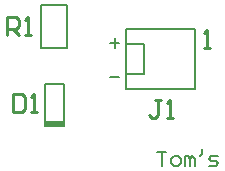
<source format=gto>
G04*
G04 #@! TF.GenerationSoftware,Altium Limited,Altium Designer,21.8.1 (53)*
G04*
G04 Layer_Color=65535*
%FSLAX25Y25*%
%MOIN*%
G70*
G04*
G04 #@! TF.SameCoordinates,52675C80-909C-4D54-90C7-40A9EC8F54A9*
G04*
G04*
G04 #@! TF.FilePolarity,Positive*
G04*
G01*
G75*
%ADD10C,0.00787*%
%ADD11C,0.01000*%
%ADD12R,0.06299X0.01575*%
D10*
X16535Y18110D02*
X22835D01*
X16535D02*
Y31890D01*
X22835D01*
Y18110D02*
Y31890D01*
X15354Y58268D02*
X24016D01*
Y44094D02*
Y58268D01*
X15354Y44094D02*
X24016D01*
X15354D02*
Y58268D01*
X43618Y35433D02*
X49618D01*
Y45433D01*
X43618D02*
X49618D01*
X43618Y50433D02*
X66618D01*
X43618Y30433D02*
Y50433D01*
Y30433D02*
X66618D01*
Y50433D01*
X43618Y35433D02*
X49618D01*
Y45433D01*
X43618D02*
X49618D01*
X43618Y50433D02*
X66618D01*
X43618Y30433D02*
Y50433D01*
Y30433D02*
X66618D01*
Y50433D01*
X43618Y35433D02*
X49618D01*
Y45433D01*
X43618D02*
X49618D01*
X43618Y50433D02*
X66618D01*
X43618Y30433D02*
Y50433D01*
Y30433D02*
X66618D01*
Y50433D01*
X53937Y9447D02*
X57086D01*
X55511D01*
Y4724D01*
X59447D02*
X61021D01*
X61809Y5512D01*
Y7086D01*
X61021Y7873D01*
X59447D01*
X58660Y7086D01*
Y5512D01*
X59447Y4724D01*
X63383D02*
Y7873D01*
X64170D01*
X64957Y7086D01*
Y4724D01*
Y7086D01*
X65744Y7873D01*
X66531Y7086D01*
Y4724D01*
X68893Y10234D02*
Y8660D01*
X68106Y7873D01*
X71254Y4724D02*
X73616D01*
X74403Y5512D01*
X73616Y6299D01*
X72041D01*
X71254Y7086D01*
X72041Y7873D01*
X74403D01*
X38189Y34252D02*
X41338D01*
X38189Y45669D02*
X41338D01*
X39763Y47243D02*
Y44094D01*
D11*
X3875Y48182D02*
Y54180D01*
X6874D01*
X7874Y53180D01*
Y51181D01*
X6874Y50181D01*
X3875D01*
X5875D02*
X7874Y48182D01*
X9873D02*
X11873D01*
X10873D01*
Y54180D01*
X9873Y53180D01*
X69618Y43933D02*
X71618D01*
X70618D01*
Y49931D01*
X69618Y48932D01*
X55118Y26621D02*
X53119D01*
X54118D01*
Y21623D01*
X53119Y20623D01*
X52119D01*
X51119Y21623D01*
X57117Y20623D02*
X59117D01*
X58117D01*
Y26621D01*
X57117Y25621D01*
X5844Y28590D02*
Y22591D01*
X8843D01*
X9843Y23591D01*
Y27590D01*
X8843Y28590D01*
X5844D01*
X11842Y22591D02*
X13841D01*
X12842D01*
Y28590D01*
X11842Y27590D01*
D12*
X19685Y18898D02*
D03*
M02*

</source>
